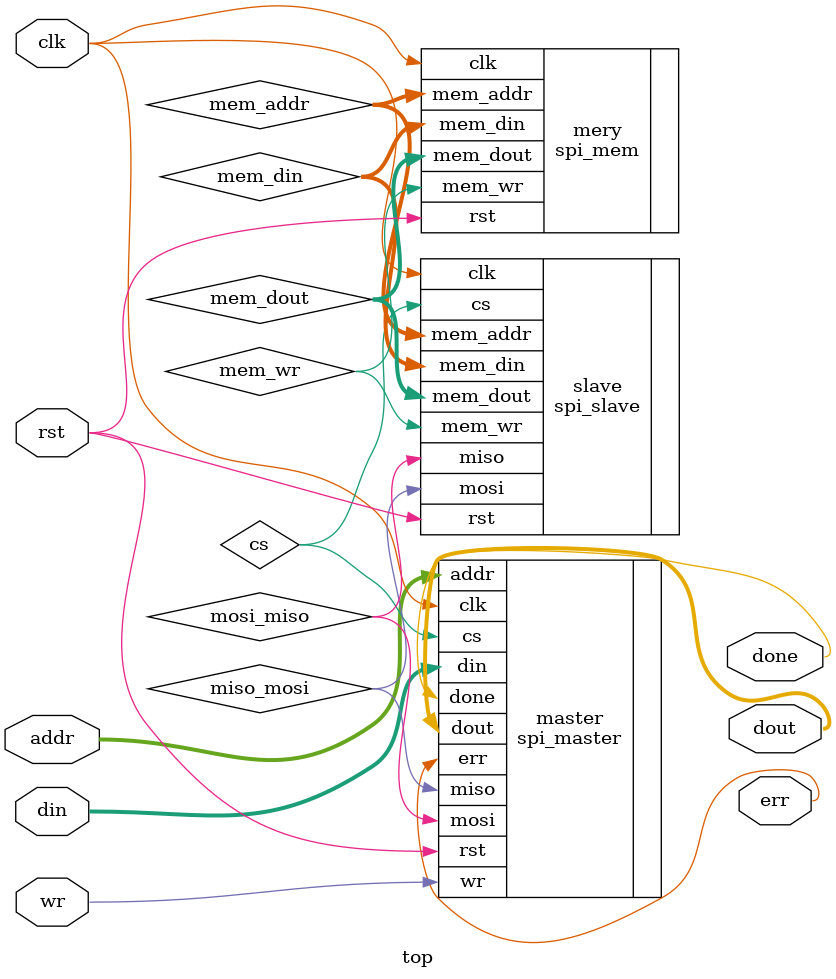
<source format=sv>
module top(
			input wr,clk,rst,
			input [7:0] addr, din,
			output [7:0] dout,
			output done, err);
			
	wire cs, mosi_miso, miso_mosi;
	wire mem_wr;
  	wire [7:0] mem_addr;
	wire [7:0] mem_dout;
	wire [7:0] mem_din;
	 
	spi_master master (.wr(wr), .clk(clk), .rst(rst), .addr(addr), .din(din), .dout(dout), .cs(cs), .mosi(mosi_miso), 
						.miso(miso_mosi), .done(done), .err(err));
	
	spi_slave  slave (.clk(clk), .rst(rst), .cs(cs), .miso(mosi_miso), .mosi(miso_mosi),  // mosi_miso - master out slave in
						.mem_wr(mem_wr), .mem_addr(mem_addr), .mem_din(mem_din), .mem_dout(mem_dout));						   // miso_mosi - master in slave out
						 
	spi_mem    mery (.clk(clk), .rst(rst), .mem_wr(mem_wr), .mem_addr(mem_addr), .mem_din(mem_din), .mem_dout(mem_dout));
	 
endmodule				
</source>
